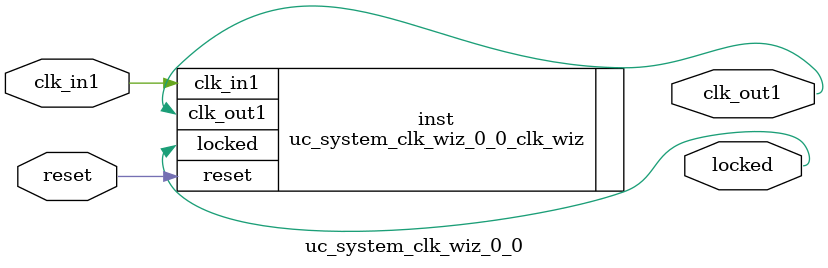
<source format=v>


`timescale 1ps/1ps

(* CORE_GENERATION_INFO = "uc_system_clk_wiz_0_0,clk_wiz_v5_4_1_0,{component_name=uc_system_clk_wiz_0_0,use_phase_alignment=true,use_min_o_jitter=false,use_max_i_jitter=false,use_dyn_phase_shift=false,use_inclk_switchover=false,use_dyn_reconfig=false,enable_axi=0,feedback_source=FDBK_AUTO,PRIMITIVE=MMCM,num_out_clk=1,clkin1_period=10.000,clkin2_period=10.000,use_power_down=false,use_reset=true,use_locked=true,use_inclk_stopped=false,feedback_type=SINGLE,CLOCK_MGR_TYPE=NA,manual_override=false}" *)

module uc_system_clk_wiz_0_0 
 (
  // Clock out ports
  output        clk_out1,
  // Status and control signals
  input         reset,
  output        locked,
 // Clock in ports
  input         clk_in1
 );

  uc_system_clk_wiz_0_0_clk_wiz inst
  (
  // Clock out ports  
  .clk_out1(clk_out1),
  // Status and control signals               
  .reset(reset), 
  .locked(locked),
 // Clock in ports
  .clk_in1(clk_in1)
  );

endmodule

</source>
